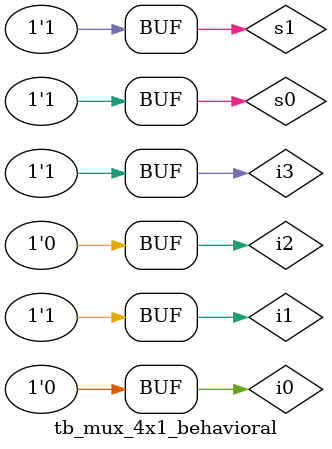
<source format=v>
module tb_mux_4x1_behavioral;
    reg i0, i1, i2, i3, s0, s1;
    wire y;

    mux_4x1_behavioral uut(i0, i1, i2, i3, s0, s1, y);

    initial begin
        i0 = 1'b0; i1 = 1'b1; i2 = 1'b0; i3 = 1'b1;

        s0 = 1'b0; s1 = 1'b0;
        #5;
        s0 = 1'b0; s1 = 1'b1;
        #5;
        s0 = 1'b1; s1 = 1'b0;
        #5;
        s0 = 1'b1; s1 = 1'b1;
    end
endmodule
</source>
